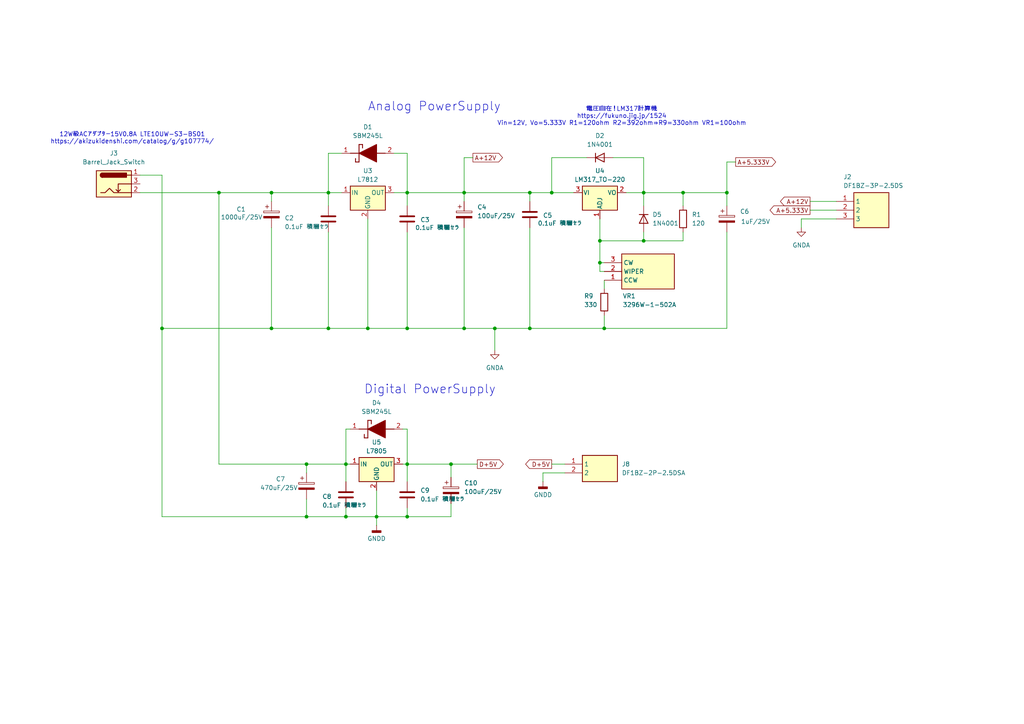
<source format=kicad_sch>
(kicad_sch (version 20231120) (generator "eeschema") (generator_version "8.0")
  (paper "A4")
  (lib_symbols
    (symbol "Connector:Barrel_Jack_Switch" (pin_names hide)
      (property "Reference" "J" (at 0 5.334 0))
      (property "Value" "Barrel_Jack_Switch" (at 0 -5.08 0))
      (symbol "Barrel_Jack_Switch_0_1"
        (rectangle (start -5.08 3.81) (end 5.08 -3.81) (stroke (width 0.254)) (fill (type background)))
        (arc (start -3.302 3.175) (mid -3.9343 2.54) (end -3.302 1.905) (stroke (width 0.254)))
        (arc (start -3.302 3.175) (mid -3.9343 2.54) (end -3.302 1.905) (stroke (width 0.254)) (fill (type outline)))
        (polyline (pts (xy 1.27 -2.286) (xy 1.905 -1.651)) (stroke (width 0.254)))
        (polyline (pts (xy 5.08 2.54) (xy 3.81 2.54)) (stroke (width 0.254)))
        (polyline (pts (xy 5.08 0) (xy 1.27 0) (xy 1.27 -2.286) (xy 0.635 -1.651)) (stroke (width 0.254)))
        (polyline (pts (xy -3.81 -2.54) (xy -2.54 -2.54) (xy -1.27 -1.27) (xy 0 -2.54) (xy 2.54 -2.54) (xy 5.08 -2.54)) (stroke (width 0.254)))
        (rectangle (start 3.683 3.175) (end -3.302 1.905) (stroke (width 0.254)) (fill (type outline)))
      )
      (symbol "Barrel_Jack_Switch_1_1"
        (pin passive line (at 7.62 2.54 180) (length 2.54) (name "~") (number "1"))
        (pin passive line (at 7.62 -2.54 180) (length 2.54) (name "~") (number "2"))
        (pin passive line (at 7.62 0 180) (length 2.54) (name "~") (number "3"))
      )
    )
    (symbol "Device:C" (pin_numbers hide) (pin_names (offset 0.254))
      (property "Reference" "C" (at 0.635 2.54 0))
      (property "Value" "C" (at 0.635 -2.54 0))
      (symbol "C_0_1"
        (polyline (pts (xy -2.032 -0.762) (xy 2.032 -0.762)) (stroke (width 0.508)))
        (polyline (pts (xy -2.032 0.762) (xy 2.032 0.762)) (stroke (width 0.508)))
      )
      (symbol "C_1_1"
        (pin passive line (at 0 3.81 270) (length 2.794) (name "~") (number "1"))
        (pin passive line (at 0 -3.81 90) (length 2.794) (name "~") (number "2"))
      )
    )
    (symbol "Device:C_Polarized" (pin_numbers hide) (pin_names (offset 0.254))
      (property "Reference" "C" (at 0.635 2.54 0))
      (property "Value" "C_Polarized" (at 0.635 -2.54 0))
      (symbol "C_Polarized_0_1"
        (rectangle (start -2.286 0.508) (end 2.286 1.016))
        (polyline (pts (xy -1.778 2.286) (xy -0.762 2.286)))
        (polyline (pts (xy -1.27 2.794) (xy -1.27 1.778)))
        (rectangle (start 2.286 -0.508) (end -2.286 -1.016) (fill (type outline)))
      )
      (symbol "C_Polarized_1_1"
        (pin passive line (at 0 3.81 270) (length 2.794) (name "~") (number "1"))
        (pin passive line (at 0 -3.81 90) (length 2.794) (name "~") (number "2"))
      )
    )
    (symbol "Device:R" (pin_numbers hide) (pin_names (offset 0))
      (property "Reference" "R" (at 2.032 0 90))
      (property "Value" "R" (at 0 0 90))
      (symbol "R_0_1"
        (rectangle (start -1.016 -2.54) (end 1.016 2.54) (stroke (width 0.254)))
      )
      (symbol "R_1_1"
        (pin passive line (at 0 3.81 270) (length 1.27) (name "~") (number "1"))
        (pin passive line (at 0 -3.81 90) (length 1.27) (name "~") (number "2"))
      )
    )
    (symbol "Diode:1N4001" (pin_numbers hide) (pin_names hide)
      (property "Reference" "D" (at 0 2.54 0))
      (property "Value" "1N4001" (at 0 -2.54 0))
      (symbol "1N4001_0_1"
        (polyline (pts (xy -1.27 1.27) (xy -1.27 -1.27)) (stroke (width 0.254)))
        (polyline (pts (xy 1.27 0) (xy -1.27 0)))
        (polyline (pts (xy 1.27 1.27) (xy 1.27 -1.27) (xy -1.27 0) (xy 1.27 1.27)) (stroke (width 0.254)))
      )
      (symbol "1N4001_1_1"
        (pin passive line (at -3.81 0 0) (length 2.54) (name "K") (number "1"))
        (pin passive line (at 3.81 0 180) (length 2.54) (name "A") (number "2"))
      )
    )
    (symbol "Regulator_Linear:L7805" (pin_names (offset 0.254))
      (property "Reference" "U" (at -3.81 3.175 0))
      (property "Value" "L7805" (at 0 3.175 0))
      (symbol "L7805_0_1"
        (rectangle (start -5.08 1.905) (end 5.08 -5.08) (stroke (width 0.254)) (fill (type background)))
      )
      (symbol "L7805_1_1"
        (pin power_in line (at -7.62 0 0) (length 2.54) (name "IN") (number "1"))
        (pin power_in line (at 0 -7.62 90) (length 2.54) (name "GND") (number "2"))
        (pin power_out line (at 7.62 0 180) (length 2.54) (name "OUT") (number "3"))
      )
    )
    (symbol "Regulator_Linear:L7812" (pin_names (offset 0.254))
      (property "Reference" "U" (at -3.81 3.175 0))
      (property "Value" "L7812" (at 0 3.175 0))
      (symbol "L7812_0_1"
        (rectangle (start -5.08 1.905) (end 5.08 -5.08) (stroke (width 0.254)) (fill (type background)))
      )
      (symbol "L7812_1_1"
        (pin power_in line (at -7.62 0 0) (length 2.54) (name "IN") (number "1"))
        (pin power_in line (at 0 -7.62 90) (length 2.54) (name "GND") (number "2"))
        (pin power_out line (at 7.62 0 180) (length 2.54) (name "OUT") (number "3"))
      )
    )
    (symbol "Regulator_Linear:LM317_TO-220" (pin_names (offset 0.254))
      (property "Reference" "U" (at -3.81 3.175 0))
      (property "Value" "LM317_TO-220" (at 0 3.175 0))
      (symbol "LM317_TO-220_0_1"
        (rectangle (start -5.08 1.905) (end 5.08 -5.08) (stroke (width 0.254)) (fill (type background)))
      )
      (symbol "LM317_TO-220_1_1"
        (pin input line (at 0 -7.62 90) (length 2.54) (name "ADJ") (number "1"))
        (pin power_out line (at 7.62 0 180) (length 2.54) (name "VO") (number "2"))
        (pin power_in line (at -7.62 0 0) (length 2.54) (name "VI") (number "3"))
      )
    )
    (symbol "SamacSys_Parts:3296W-1-502A"
      (property "Reference" "VR" (at 21.59 7.62 0))
      (property "Value" "3296W-1-502A" (at 21.59 5.08 0))
      (symbol "3296W-1-502A_1_1"
        (rectangle (start 5.08 2.54) (end 20.32 -7.62) (stroke (width 0.254)) (fill (type background)))
        (pin passive line (at 0 -5.08 0) (length 5.08) (name "CCW") (number "1"))
        (pin passive line (at 0 -2.54 0) (length 5.08) (name "WIPER") (number "2"))
        (pin passive line (at 0 0 0) (length 5.08) (name "CW") (number "3"))
      )
    )
    (symbol "SamacSys_Parts:DF1BZ-2P-2.5DSA"
      (property "Reference" "J" (at 16.51 7.62 0))
      (property "Value" "DF1BZ-2P-2.5DSA" (at 16.51 5.08 0))
      (symbol "DF1BZ-2P-2.5DSA_1_1"
        (rectangle (start 5.08 2.54) (end 15.24 -5.08) (stroke (width 0.254)) (fill (type background)))
        (pin passive line (at 0 0 0) (length 5.08) (name "1") (number "1"))
        (pin passive line (at 0 -2.54 0) (length 5.08) (name "2") (number "2"))
      )
    )
    (symbol "SamacSys_Parts:DF1BZ-3P-2.5DS"
      (property "Reference" "J" (at 16.51 7.62 0))
      (property "Value" "DF1BZ-3P-2.5DS" (at 16.51 5.08 0))
      (symbol "DF1BZ-3P-2.5DS_1_1"
        (rectangle (start 5.08 2.54) (end 15.24 -7.62) (stroke (width 0.254)) (fill (type background)))
        (pin passive line (at 0 0 0) (length 5.08) (name "1") (number "1"))
        (pin passive line (at 0 -2.54 0) (length 5.08) (name "2") (number "2"))
        (pin passive line (at 0 -5.08 0) (length 5.08) (name "3") (number "3"))
      )
    )
    (symbol "SamacSys_Parts:SBM245L" (pin_names hide)
      (property "Reference" "D" (at 12.7 8.89 0))
      (property "Value" "SBM245L" (at 12.7 6.35 0))
      (symbol "SBM245L_1_1"
        (polyline (pts (xy 5.08 0) (xy 7.62 0)) (stroke (width 0.254)))
        (polyline (pts (xy 6.604 -1.524) (xy 6.604 -2.54)) (stroke (width 0.254)))
        (polyline (pts (xy 7.62 -2.54) (xy 6.604 -2.54)) (stroke (width 0.254)))
        (polyline (pts (xy 7.62 2.54) (xy 7.62 -2.54)) (stroke (width 0.254)))
        (polyline (pts (xy 7.62 2.54) (xy 8.636 2.54)) (stroke (width 0.254)))
        (polyline (pts (xy 8.636 1.524) (xy 8.636 2.54)) (stroke (width 0.254)))
        (polyline (pts (xy 12.7 0) (xy 15.24 0)) (stroke (width 0.254)))
        (polyline (pts (xy 7.62 0) (xy 12.7 2.54) (xy 12.7 -2.54) (xy 7.62 0)) (stroke (width 0.254)) (fill (type outline)))
        (pin passive line (at 2.54 0 0) (length 2.54) (name "K") (number "1"))
        (pin passive line (at 17.78 0 180) (length 2.54) (name "A") (number "2"))
      )
    )
    (symbol "power:GNDA" (power) (pin_numbers hide) (pin_names (offset 0) hide)
      (property "Value" "GNDA" (at 0 -3.81 0))
      (symbol "GNDA_0_1"
        (polyline (pts (xy 0 0) (xy 0 -1.27) (xy 1.27 -1.27) (xy 0 -2.54) (xy -1.27 -1.27) (xy 0 -1.27)))
      )
      (symbol "GNDA_1_1"
        (pin power_in line (at 0 0 270) (length 0) (name "~") (number "1"))
      )
    )
    (symbol "power:GNDD" (power) (pin_numbers hide) (pin_names (offset 0) hide)
      (property "Value" "GNDD" (at 0 -3.175 0))
      (symbol "GNDD_0_1"
        (rectangle (start -1.27 -1.524) (end 1.27 -2.032) (stroke (width 0.254)) (fill (type outline)))
        (polyline (pts (xy 0 0) (xy 0 -1.524)))
      )
      (symbol "GNDD_1_1"
        (pin power_in line (at 0 0 270) (length 0) (name "~") (number "1"))
      )
    )
  )
  (junction (at 175.26 95.25))
  (junction (at 118.11 55.88))
  (junction (at 198.12 55.88))
  (junction (at 173.99 69.85))
  (junction (at 63.5 55.88))
  (junction (at 88.9 149.86))
  (junction (at 46.99 95.25))
  (junction (at 88.9 134.62))
  (junction (at 78.74 95.25))
  (junction (at 118.11 95.25))
  (junction (at 186.69 55.88))
  (junction (at 210.82 55.88))
  (junction (at 134.62 95.25))
  (junction (at 186.69 69.85))
  (junction (at 130.81 134.62))
  (junction (at 78.74 55.88))
  (junction (at 153.67 55.88))
  (junction (at 160.02 55.88))
  (junction (at 173.99 76.2))
  (junction (at 134.62 55.88))
  (junction (at 106.68 95.25))
  (junction (at 118.11 134.62))
  (junction (at 100.33 134.62))
  (junction (at 95.25 95.25))
  (junction (at 143.51 95.25))
  (junction (at 100.33 149.86))
  (junction (at 153.67 95.25))
  (junction (at 118.11 149.86))
  (junction (at 109.22 149.86))
  (junction (at 95.25 55.88))
  (wire (pts (xy 106.68 95.25) (xy 118.11 95.25)))
  (wire (pts (xy 118.11 124.46) (xy 116.84 124.46)))
  (wire (pts (xy 46.99 149.86) (xy 46.99 95.25)))
  (wire (pts (xy 118.11 134.62) (xy 130.81 134.62)))
  (wire (pts (xy 134.62 45.72) (xy 134.62 55.88)))
  (wire (pts (xy 100.33 149.86) (xy 109.22 149.86)))
  (wire (pts (xy 130.81 138.43) (xy 130.81 134.62)))
  (wire (pts (xy 186.69 55.88) (xy 186.69 45.72)))
  (wire (pts (xy 186.69 55.88) (xy 186.69 59.69)))
  (wire (pts (xy 153.67 95.25) (xy 175.26 95.25)))
  (wire (pts (xy 175.26 95.25) (xy 210.82 95.25)))
  (wire (pts (xy 114.3 55.88) (xy 118.11 55.88)))
  (wire (pts (xy 101.6 124.46) (xy 100.33 124.46)))
  (wire (pts (xy 173.99 78.74) (xy 175.26 78.74)))
  (wire (pts (xy 63.5 55.88) (xy 78.74 55.88)))
  (wire (pts (xy 118.11 55.88) (xy 118.11 59.69)))
  (wire (pts (xy 157.48 137.16) (xy 157.48 139.7)))
  (wire (pts (xy 78.74 95.25) (xy 95.25 95.25)))
  (wire (pts (xy 95.25 67.31) (xy 95.25 95.25)))
  (wire (pts (xy 40.64 50.8) (xy 46.99 50.8)))
  (wire (pts (xy 78.74 55.88) (xy 95.25 55.88)))
  (wire (pts (xy 137.16 45.72) (xy 134.62 45.72)))
  (wire (pts (xy 99.06 55.88) (xy 95.25 55.88)))
  (wire (pts (xy 134.62 55.88) (xy 118.11 55.88)))
  (wire (pts (xy 186.69 55.88) (xy 198.12 55.88)))
  (wire (pts (xy 153.67 55.88) (xy 153.67 58.42)))
  (wire (pts (xy 175.26 76.2) (xy 173.99 76.2)))
  (wire (pts (xy 88.9 149.86) (xy 46.99 149.86)))
  (wire (pts (xy 63.5 55.88) (xy 63.5 134.62)))
  (wire (pts (xy 46.99 50.8) (xy 46.99 95.25)))
  (wire (pts (xy 109.22 142.24) (xy 109.22 149.86)))
  (wire (pts (xy 118.11 95.25) (xy 134.62 95.25)))
  (wire (pts (xy 118.11 139.7) (xy 118.11 134.62)))
  (wire (pts (xy 134.62 58.42) (xy 134.62 55.88)))
  (wire (pts (xy 186.69 45.72) (xy 177.8 45.72)))
  (wire (pts (xy 198.12 55.88) (xy 210.82 55.88)))
  (wire (pts (xy 106.68 63.5) (xy 106.68 95.25)))
  (wire (pts (xy 78.74 66.04) (xy 78.74 95.25)))
  (wire (pts (xy 134.62 55.88) (xy 153.67 55.88)))
  (wire (pts (xy 143.51 95.25) (xy 153.67 95.25)))
  (wire (pts (xy 173.99 76.2) (xy 173.99 78.74)))
  (wire (pts (xy 95.25 95.25) (xy 106.68 95.25)))
  (wire (pts (xy 95.25 55.88) (xy 95.25 59.69)))
  (wire (pts (xy 153.67 66.04) (xy 153.67 95.25)))
  (wire (pts (xy 153.67 55.88) (xy 160.02 55.88)))
  (wire (pts (xy 186.69 67.31) (xy 186.69 69.85)))
  (wire (pts (xy 160.02 45.72) (xy 160.02 55.88)))
  (wire (pts (xy 242.57 63.5) (xy 232.41 63.5)))
  (wire (pts (xy 175.26 81.28) (xy 175.26 83.82)))
  (wire (pts (xy 134.62 66.04) (xy 134.62 95.25)))
  (wire (pts (xy 109.22 149.86) (xy 118.11 149.86)))
  (wire (pts (xy 88.9 134.62) (xy 88.9 137.16)))
  (wire (pts (xy 100.33 134.62) (xy 100.33 139.7)))
  (wire (pts (xy 143.51 101.6) (xy 143.51 95.25)))
  (wire (pts (xy 46.99 95.25) (xy 78.74 95.25)))
  (wire (pts (xy 173.99 69.85) (xy 173.99 76.2)))
  (wire (pts (xy 160.02 134.62) (xy 163.83 134.62)))
  (wire (pts (xy 173.99 69.85) (xy 173.99 63.5)))
  (wire (pts (xy 99.06 44.45) (xy 95.25 44.45)))
  (wire (pts (xy 100.33 147.32) (xy 100.33 149.86)))
  (wire (pts (xy 88.9 144.78) (xy 88.9 149.86)))
  (wire (pts (xy 181.61 55.88) (xy 186.69 55.88)))
  (wire (pts (xy 213.36 46.99) (xy 210.82 46.99)))
  (wire (pts (xy 160.02 55.88) (xy 166.37 55.88)))
  (wire (pts (xy 186.69 69.85) (xy 173.99 69.85)))
  (wire (pts (xy 234.95 58.42) (xy 242.57 58.42)))
  (wire (pts (xy 234.95 60.96) (xy 242.57 60.96)))
  (wire (pts (xy 130.81 149.86) (xy 130.81 146.05)))
  (wire (pts (xy 232.41 63.5) (xy 232.41 66.04)))
  (wire (pts (xy 198.12 69.85) (xy 186.69 69.85)))
  (wire (pts (xy 157.48 137.16) (xy 163.83 137.16)))
  (wire (pts (xy 130.81 134.62) (xy 138.43 134.62)))
  (wire (pts (xy 198.12 67.31) (xy 198.12 69.85)))
  (wire (pts (xy 210.82 67.31) (xy 210.82 95.25)))
  (wire (pts (xy 198.12 55.88) (xy 198.12 59.69)))
  (wire (pts (xy 175.26 91.44) (xy 175.26 95.25)))
  (wire (pts (xy 118.11 149.86) (xy 130.81 149.86)))
  (wire (pts (xy 210.82 46.99) (xy 210.82 55.88)))
  (wire (pts (xy 95.25 44.45) (xy 95.25 55.88)))
  (wire (pts (xy 210.82 55.88) (xy 210.82 59.69)))
  (wire (pts (xy 134.62 95.25) (xy 143.51 95.25)))
  (wire (pts (xy 78.74 58.42) (xy 78.74 55.88)))
  (wire (pts (xy 118.11 55.88) (xy 118.11 44.45)))
  (wire (pts (xy 109.22 149.86) (xy 109.22 152.4)))
  (wire (pts (xy 118.11 147.32) (xy 118.11 149.86)))
  (wire (pts (xy 63.5 134.62) (xy 88.9 134.62)))
  (wire (pts (xy 118.11 124.46) (xy 118.11 134.62)))
  (wire (pts (xy 88.9 149.86) (xy 100.33 149.86)))
  (wire (pts (xy 100.33 134.62) (xy 88.9 134.62)))
  (wire (pts (xy 118.11 134.62) (xy 116.84 134.62)))
  (wire (pts (xy 118.11 44.45) (xy 114.3 44.45)))
  (wire (pts (xy 170.18 45.72) (xy 160.02 45.72)))
  (wire (pts (xy 40.64 55.88) (xy 63.5 55.88)))
  (wire (pts (xy 118.11 67.31) (xy 118.11 95.25)))
  (wire (pts (xy 100.33 124.46) (xy 100.33 134.62)))
  (wire (pts (xy 101.6 134.62) (xy 100.33 134.62)))
  (text "Digital PowerSupply" (at 124.714 113.03 0) (effects (font (size 2.54 2.54))))
  (text "Analog PowerSupply" (at 125.984 30.988 0) (effects (font (size 2.54 2.54))))
  (text "12W級ACアダプター15V0.8A LTE10UW-S3-BS01\nhttps://akizukidenshi.com/catalog/g/g107774/\n" (at 38.354 40.132 0) (effects (font (size 1.27 1.27))))
  (text "電圧自在！LM317計算機\nhttps://fukuno.jig.jp/1524\nVin=12V, Vo=5.333V R1=120ohm R2=392ohm⇒R9=330ohm VR1=100ohm" (at 180.34 33.782 0) (effects (font (size 1.27 1.27))))
  (global_label "A+5.333V" (shape output) (at 213.36 46.99 0) (property "Intersheetrefs" "${INTERSHEET_REFS}" (effects (hide yes))))
  (global_label "A+12V" (shape output) (at 137.16 45.72 0) (property "Intersheetrefs" "${INTERSHEET_REFS}" (effects (hide yes))))
  (global_label "A+12V" (shape output) (at 234.95 58.42 180) (property "Intersheetrefs" "${INTERSHEET_REFS}" (effects (hide yes))))
  (global_label "A+5.333V" (shape output) (at 234.95 60.96 180) (property "Intersheetrefs" "${INTERSHEET_REFS}" (effects (hide yes))))
  (global_label "D+5V" (shape output) (at 160.02 134.62 180) (property "Intersheetrefs" "${INTERSHEET_REFS}" (effects (hide yes))))
  (global_label "D+5V" (shape output) (at 138.43 134.62 0) (property "Intersheetrefs" "${INTERSHEET_REFS}" (effects (hide yes))))
  (symbol (lib_id "Device:R") (at 175.26 87.63 0) (unit 1)
    (property "Reference" "R9" (at 169.418 85.852 0) (effects (justify left)))
    (property "Value" "330" (at 169.418 88.392 0) (effects (justify left)))
    (property "Footprint" "Resistor_THT:R_Axial_DIN0207_L6.3mm_D2.5mm_P7.62mm_Horizontal" (effects (hide yes)))
    (property "Description" "Resistor" (effects (hide yes)))
  )
  (symbol (lib_id "Device:C") (at 95.25 63.5 0) (unit 1)
    (property "Reference" "C2" (at 82.55 63.246 0) (effects (justify left)))
    (property "Value" "0.1uF 積層セラ" (at 82.55 65.786 0) (effects (justify left)))
    (property "Footprint" "Capacitor_THT:C_Disc_D5.1mm_W3.2mm_P5.00mm" (effects (hide yes)))
    (property "Description" "Unpolarized capacitor" (effects (hide yes)))
  )
  (symbol (lib_id "SamacSys_Parts:SBM245L") (at 96.52 44.45 0) (unit 1)
    (property "Reference" "D1" (at 106.68 36.83 0))
    (property "Value" "SBM245L" (at 106.68 39.37 0))
    (property "Footprint" "Diode_THT:D_DO-41_SOD81_P7.62mm_Horizontal" (effects (hide yes)))
    (property "Datasheet" "https://www.panjit.com.tw/en/Product/downloadPDF/SBM245L" (effects (hide yes)))
    (property "Description" "Super Schottky (LowVF) - SBM245L, 45V, 2A, DO-41" (effects (hide yes)))
    (property "Manufacturer_Name" "PANJIT" (effects (hide yes)))
    (property "Manufacturer_Part_Number" "SBM245L" (effects (hide yes)))
  )
  (symbol (lib_id "Regulator_Linear:L7805") (at 109.22 134.62 0) (unit 1)
    (property "Reference" "U5" (at 109.22 128.27 0))
    (property "Value" "L7805" (at 109.22 130.81 0))
    (property "Footprint" "Package_TO_SOT_THT:TO-220-3_Vertical" (effects (hide yes)))
    (property "Datasheet" "http://www.st.com/content/ccc/resource/technical/document/datasheet/41/4f/b3/b0/12/d4/47/88/CD00000444.pdf/files/CD00000444.pdf/jcr:content/translations/en.CD00000444.pdf" (effects (hide yes)))
    (property "Description" "Positive 1.5A 35V Linear Regulator, Fixed Output 5V, TO-220/TO-263/TO-252" (effects (hide yes)))
  )
  (symbol (lib_id "Device:C") (at 153.67 62.23 0) (unit 1)
    (property "Reference" "C5" (at 157.48 62.484 0) (effects (justify left)))
    (property "Value" "0.1uF 積層セラ" (at 155.956 64.77 0) (effects (justify left)))
    (property "Footprint" "Capacitor_THT:C_Disc_D5.1mm_W3.2mm_P5.00mm" (effects (hide yes)))
    (property "Description" "Unpolarized capacitor" (effects (hide yes)))
  )
  (symbol (lib_id "power:GNDA") (at 232.41 66.04 0) (unit 1)
    (property "Reference" "#PWR022" (effects (hide yes)))
    (property "Value" "GNDA" (at 232.41 71.12 0))
    (property "Description" "Power symbol creates a global label with name \"GNDA\" , analog ground" (effects (hide yes)))
  )
  (symbol (lib_id "Device:C") (at 118.11 63.5 0) (unit 1)
    (property "Reference" "C3" (at 121.92 63.754 0) (effects (justify left)))
    (property "Value" "0.1uF 積層セラ" (at 120.396 66.04 0) (effects (justify left)))
    (property "Footprint" "Capacitor_THT:C_Disc_D5.1mm_W3.2mm_P5.00mm" (effects (hide yes)))
    (property "Description" "Unpolarized capacitor" (effects (hide yes)))
  )
  (symbol (lib_id "SamacSys_Parts:DF1BZ-3P-2.5DS") (at 242.57 58.42 0) (unit 1)
    (property "Reference" "J2" (at 244.602 51.308 0) (effects (justify left)))
    (property "Value" "DF1BZ-3P-2.5DS" (at 244.602 53.848 0) (effects (justify left)))
    (property "Footprint" "SHDR3W64P0X250_1X3_1000X570X950P" (effects (hide yes)))
    (property "Datasheet" "https://componentsearchengine.com/Datasheets/1/DF1BZ-3P-2.5DS.pdf" (effects (hide yes)))
    (property "Description" "Headers & Wire Housings 2.5MM RA SNG ROW HDR 3P THRU-HOLE TIN" (effects (hide yes)))
    (property "Height" "9.5" (effects (hide yes)))
    (property "Manufacturer_Name" "Hirose" (effects (hide yes)))
    (property "Manufacturer_Part_Number" "DF1BZ-3P-2.5DS" (effects (hide yes)))
    (property "Mouser Part Number" "798-DF1BZ-3P-2.5DS" (effects (hide yes)))
    (property "Mouser Price/Stock" "https://www.mouser.co.uk/ProductDetail/Hirose-Connector/DF1BZ-3P-2.5DS?qs=zOgoZG1CgI%252BbfcwxuahEPg%3D%3D" (effects (hide yes)))
  )
  (symbol (lib_id "power:GNDD") (at 157.48 139.7 0) (unit 1)
    (property "Reference" "#PWR023" (effects (hide yes)))
    (property "Value" "GNDD" (at 157.48 143.51 0))
    (property "Description" "Power symbol creates a global label with name \"GNDD\" , digital ground" (effects (hide yes)))
  )
  (symbol (lib_id "Diode:1N4001") (at 186.69 63.5 270) (unit 1)
    (property "Reference" "D5" (at 189.23 62.2299 90) (effects (justify left)))
    (property "Value" "1N4001" (at 189.23 64.7699 90) (effects (justify left)))
    (property "Footprint" "Diode_THT:D_DO-41_SOD81_P10.16mm_Horizontal" (effects (hide yes)))
    (property "Datasheet" "http://www.vishay.com/docs/88503/1n4001.pdf" (effects (hide yes)))
    (property "Description" "50V 1A General Purpose Rectifier Diode, DO-41" (effects (hide yes)))
    (property "Sim.Device" "D" (effects (hide yes)))
    (property "Sim.Pins" "1=K 2=A" (effects (hide yes)))
  )
  (symbol (lib_id "Connector:Barrel_Jack_Switch") (at 33.02 53.34 0) (unit 1)
    (property "Reference" "J3" (at 33.02 44.45 0))
    (property "Value" "Barrel_Jack_Switch" (at 33.02 46.99 0))
    (property "Footprint" "Connector_BarrelJack:BarrelJack_Horizontal" (effects (hide yes)))
    (property "Description" "DC Barrel Jack with an internal switch" (effects (hide yes)))
  )
  (symbol (lib_id "Device:C_Polarized") (at 210.82 63.5 0) (unit 1)
    (property "Reference" "C6" (at 214.63 61.3409 0) (effects (justify left)))
    (property "Value" "1uF/25V" (at 214.884 64.262 0) (effects (justify left)))
    (property "Footprint" "Capacitor_THT:CP_Radial_D5.0mm_P2.00mm" (effects (hide yes)))
    (property "Description" "Polarized capacitor" (effects (hide yes)))
  )
  (symbol (lib_id "power:GNDD") (at 109.22 152.4 0) (unit 1)
    (property "Reference" "#PWR020" (effects (hide yes)))
    (property "Value" "GNDD" (at 109.22 156.21 0))
    (property "Description" "Power symbol creates a global label with name \"GNDD\" , digital ground" (effects (hide yes)))
  )
  (symbol (lib_id "Device:C_Polarized") (at 134.62 62.23 0) (unit 1)
    (property "Reference" "C4" (at 138.43 60.0709 0) (effects (justify left)))
    (property "Value" "100uF/25V" (at 138.43 62.6109 0) (effects (justify left)))
    (property "Footprint" "Capacitor_THT:CP_Radial_D5.0mm_P2.00mm" (effects (hide yes)))
    (property "Description" "Polarized capacitor" (effects (hide yes)))
  )
  (symbol (lib_id "Device:C") (at 118.11 143.51 0) (unit 1)
    (property "Reference" "C9" (at 121.92 142.2399 0) (effects (justify left)))
    (property "Value" "0.1uF 積層セラ" (at 121.92 144.7799 0) (effects (justify left)))
    (property "Footprint" "Capacitor_THT:C_Disc_D5.1mm_W3.2mm_P5.00mm" (effects (hide yes)))
    (property "Description" "Unpolarized capacitor" (effects (hide yes)))
  )
  (symbol (lib_id "Device:C_Polarized") (at 130.81 142.24 0) (unit 1)
    (property "Reference" "C10" (at 134.62 140.0809 0) (effects (justify left)))
    (property "Value" "100uF/25V" (at 134.62 142.6209 0) (effects (justify left)))
    (property "Footprint" "Capacitor_THT:CP_Radial_D5.0mm_P2.00mm" (effects (hide yes)))
    (property "Description" "Polarized capacitor" (effects (hide yes)))
  )
  (symbol (lib_id "Device:C_Polarized") (at 88.9 140.97 0) (unit 1)
    (property "Reference" "C7" (at 80.01 138.938 0) (effects (justify left)))
    (property "Value" "470uF/25V" (at 75.438 141.478 0) (effects (justify left)))
    (property "Footprint" "Capacitor_THT:CP_Radial_D8.0mm_P3.50mm" (effects (hide yes)))
    (property "Description" "Polarized capacitor" (effects (hide yes)))
  )
  (symbol (lib_id "Device:C") (at 100.33 143.51 0) (unit 1)
    (property "Reference" "C8" (at 93.472 144.018 0) (effects (justify left)))
    (property "Value" "0.1uF 積層セラ" (at 93.472 146.558 0) (effects (justify left)))
    (property "Footprint" "Capacitor_THT:C_Disc_D5.1mm_W3.2mm_P5.00mm" (effects (hide yes)))
    (property "Description" "Unpolarized capacitor" (effects (hide yes)))
  )
  (symbol (lib_id "Device:C_Polarized") (at 78.74 62.23 0) (unit 1)
    (property "Reference" "C1" (at 68.58 60.706 0) (effects (justify left)))
    (property "Value" "1000uF/25V" (at 64.008 62.992 0) (effects (justify left)))
    (property "Footprint" "Capacitor_THT:CP_Radial_D10.0mm_P5.00mm" (effects (hide yes)))
    (property "Description" "Polarized capacitor" (effects (hide yes)))
  )
  (symbol (lib_id "SamacSys_Parts:SBM245L") (at 99.06 124.46 0) (unit 1)
    (property "Reference" "D4" (at 109.22 116.84 0))
    (property "Value" "SBM245L" (at 109.22 119.38 0))
    (property "Footprint" "Diode_THT:D_DO-41_SOD81_P7.62mm_Horizontal" (effects (hide yes)))
    (property "Datasheet" "https://www.panjit.com.tw/en/Product/downloadPDF/SBM245L" (effects (hide yes)))
    (property "Description" "Super Schottky (LowVF) - SBM245L, 45V, 2A, DO-41" (effects (hide yes)))
    (property "Manufacturer_Name" "PANJIT" (effects (hide yes)))
    (property "Manufacturer_Part_Number" "SBM245L" (effects (hide yes)))
  )
  (symbol (lib_id "Diode:1N4001") (at 173.99 45.72 0) (unit 1)
    (property "Reference" "D2" (at 173.99 39.37 0))
    (property "Value" "1N4001" (at 173.99 41.91 0))
    (property "Footprint" "Diode_THT:D_DO-41_SOD81_P10.16mm_Horizontal" (effects (hide yes)))
    (property "Datasheet" "http://www.vishay.com/docs/88503/1n4001.pdf" (effects (hide yes)))
    (property "Description" "50V 1A General Purpose Rectifier Diode, DO-41" (effects (hide yes)))
    (property "Sim.Device" "D" (effects (hide yes)))
    (property "Sim.Pins" "1=K 2=A" (effects (hide yes)))
  )
  (symbol (lib_id "SamacSys_Parts:DF1BZ-2P-2.5DSA") (at 163.83 134.62 0) (unit 1)
    (property "Reference" "J8" (at 180.34 134.6199 0) (effects (justify left)))
    (property "Value" "DF1BZ-2P-2.5DSA" (at 180.34 137.1599 0) (effects (justify left)))
    (property "Footprint" "SHDR2W64P0X250_1X2_750X570X950P" (effects (hide yes)))
    (property "Datasheet" "https://componentsearchengine.com/Datasheets/1/DF1BZ-2P-2.5DSA.pdf" (effects (hide yes)))
    (property "Description" "CONNECTOR, HEADER, 2POS, 1ROW, 2.5MM; Pitch Spacing:2.5mm; No. of Contacts:2Contacts; Gender:Header; Product Range:DF1B Series; Contact Termination Type:Through Hole; No. of Rows:1Rows; Contact Plating:Tin Plated Contacts; Contact RoHS Compliant: Yes" (effects (hide yes)))
    (property "Height" "9.5" (effects (hide yes)))
    (property "Manufacturer_Name" "Hirose" (effects (hide yes)))
    (property "Manufacturer_Part_Number" "DF1BZ-2P-2.5DSA" (effects (hide yes)))
    (property "Mouser Part Number" "798-DF1BZ-2P-2.5DSA" (effects (hide yes)))
    (property "Mouser Price/Stock" "https://www.mouser.co.uk/ProductDetail/Hirose-Connector/DF1BZ-2P-2.5DSA?qs=zOgoZG1CgI8LrP8JeSLTcg%3D%3D" (effects (hide yes)))
  )
  (symbol (lib_id "power:GNDA") (at 143.51 101.6 0) (unit 1)
    (property "Reference" "#PWR021" (effects (hide yes)))
    (property "Value" "GNDA" (at 143.51 106.68 0))
    (property "Description" "Power symbol creates a global label with name \"GNDA\" , analog ground" (effects (hide yes)))
  )
  (symbol (lib_id "SamacSys_Parts:3296W-1-502A") (at 175.26 76.2 0) (unit 1)
    (property "Reference" "VR1" (at 180.594 85.852 0) (effects (justify left)))
    (property "Value" "3296W-1-502A" (at 180.594 88.392 0) (effects (justify left)))
    (property "Footprint" "3296W1502A" (effects (hide yes)))
    (property "Datasheet" "https://www.bourns.com/docs/product-datasheets/3296.pdf" (effects (hide yes)))
    (property "Description" "5 kOhms 0.5W, 1/2W PC Pins Through Hole Trimmer Potentiometer Cermet 25.0 Turn Top Adjustment" (effects (hide yes)))
    (property "Height" "11.8" (effects (hide yes)))
    (property "Manufacturer_Name" "Bourns" (effects (hide yes)))
    (property "Manufacturer_Part_Number" "3296W-1-502A" (effects (hide yes)))
    (property "Mouser Part Number" "652-3296W-1-502A" (effects (hide yes)))
    (property "Mouser Price/Stock" "https://www.mouser.co.uk/ProductDetail/Bourns/3296W-1-502A?qs=PYWKc%252BkzmhlCepn9gnro5g%3D%3D" (effects (hide yes)))
  )
  (symbol (lib_id "Regulator_Linear:L7812") (at 106.68 55.88 0) (unit 1)
    (property "Reference" "U3" (at 106.68 49.53 0))
    (property "Value" "L7812" (at 106.68 52.07 0))
    (property "Footprint" "Package_TO_SOT_THT:TO-220-3_Vertical" (effects (hide yes)))
    (property "Datasheet" "http://www.st.com/content/ccc/resource/technical/document/datasheet/41/4f/b3/b0/12/d4/47/88/CD00000444.pdf/files/CD00000444.pdf/jcr:content/translations/en.CD00000444.pdf" (effects (hide yes)))
    (property "Description" "Positive 1.5A 35V Linear Regulator, Fixed Output 12V, TO-220/TO-263/TO-252" (effects (hide yes)))
  )
  (symbol (lib_id "Regulator_Linear:LM317_TO-220") (at 173.99 55.88 0) (unit 1)
    (property "Reference" "U4" (at 173.99 49.53 0))
    (property "Value" "LM317_TO-220" (at 173.99 52.07 0))
    (property "Footprint" "Package_TO_SOT_THT:TO-220-3_Vertical" (effects (hide yes)))
    (property "Datasheet" "http://www.ti.com/lit/ds/symlink/lm317.pdf" (effects (hide yes)))
    (property "Description" "1.5A 35V Adjustable Linear Regulator, TO-220" (effects (hide yes)))
  )
  (symbol (lib_id "Device:R") (at 198.12 63.5 0) (unit 1)
    (property "Reference" "R1" (at 200.66 62.2299 0) (effects (justify left)))
    (property "Value" "120" (at 200.66 64.7699 0) (effects (justify left)))
    (property "Footprint" "Resistor_THT:R_Axial_DIN0207_L6.3mm_D2.5mm_P7.62mm_Horizontal" (effects (hide yes)))
    (property "Description" "Resistor" (effects (hide yes)))
  )
)
</source>
